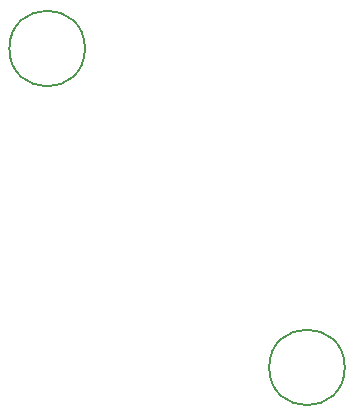
<source format=gbr>
%TF.GenerationSoftware,KiCad,Pcbnew,9.0.0*%
%TF.CreationDate,2025-02-28T01:07:07-08:00*%
%TF.ProjectId,CAN Adapter Board - R1,43414e20-4164-4617-9074-657220426f61,rev?*%
%TF.SameCoordinates,Original*%
%TF.FileFunction,Other,Comment*%
%FSLAX46Y46*%
G04 Gerber Fmt 4.6, Leading zero omitted, Abs format (unit mm)*
G04 Created by KiCad (PCBNEW 9.0.0) date 2025-02-28 01:07:07*
%MOMM*%
%LPD*%
G01*
G04 APERTURE LIST*
%ADD10C,0.150000*%
G04 APERTURE END LIST*
D10*
%TO.C,H1*%
X7200000Y31000000D02*
G75*
G02*
X800000Y31000000I-3200000J0D01*
G01*
X800000Y31000000D02*
G75*
G02*
X7200000Y31000000I3200000J0D01*
G01*
%TO.C,H2*%
X29200000Y4000000D02*
G75*
G02*
X22800000Y4000000I-3200000J0D01*
G01*
X22800000Y4000000D02*
G75*
G02*
X29200000Y4000000I3200000J0D01*
G01*
%TD*%
M02*

</source>
